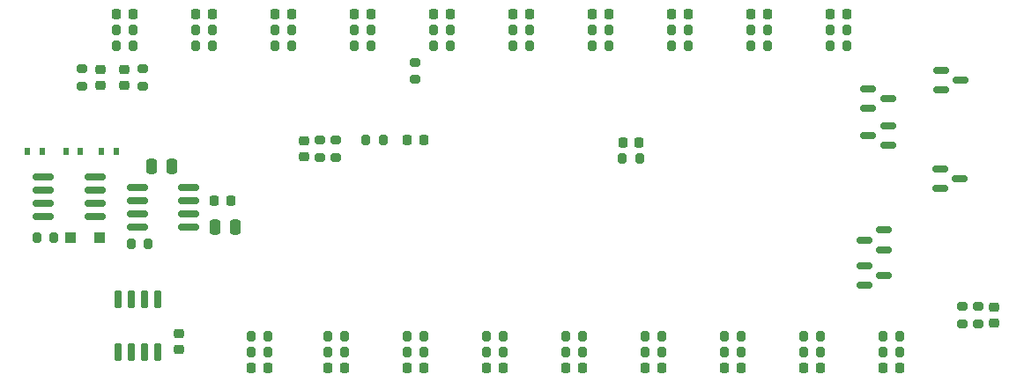
<source format=gbr>
%TF.GenerationSoftware,KiCad,Pcbnew,6.0.7-f9a2dced07~116~ubuntu20.04.1*%
%TF.CreationDate,2022-12-18T15:13:05-08:00*%
%TF.ProjectId,ButtonBd2,42757474-6f6e-4426-9432-2e6b69636164,rev?*%
%TF.SameCoordinates,Original*%
%TF.FileFunction,Paste,Bot*%
%TF.FilePolarity,Positive*%
%FSLAX46Y46*%
G04 Gerber Fmt 4.6, Leading zero omitted, Abs format (unit mm)*
G04 Created by KiCad (PCBNEW 6.0.7-f9a2dced07~116~ubuntu20.04.1) date 2022-12-18 15:13:05*
%MOMM*%
%LPD*%
G01*
G04 APERTURE LIST*
G04 Aperture macros list*
%AMRoundRect*
0 Rectangle with rounded corners*
0 $1 Rounding radius*
0 $2 $3 $4 $5 $6 $7 $8 $9 X,Y pos of 4 corners*
0 Add a 4 corners polygon primitive as box body*
4,1,4,$2,$3,$4,$5,$6,$7,$8,$9,$2,$3,0*
0 Add four circle primitives for the rounded corners*
1,1,$1+$1,$2,$3*
1,1,$1+$1,$4,$5*
1,1,$1+$1,$6,$7*
1,1,$1+$1,$8,$9*
0 Add four rect primitives between the rounded corners*
20,1,$1+$1,$2,$3,$4,$5,0*
20,1,$1+$1,$4,$5,$6,$7,0*
20,1,$1+$1,$6,$7,$8,$9,0*
20,1,$1+$1,$8,$9,$2,$3,0*%
G04 Aperture macros list end*
%ADD10RoundRect,0.200000X0.200000X0.275000X-0.200000X0.275000X-0.200000X-0.275000X0.200000X-0.275000X0*%
%ADD11RoundRect,0.200000X0.275000X-0.200000X0.275000X0.200000X-0.275000X0.200000X-0.275000X-0.200000X0*%
%ADD12RoundRect,0.200000X-0.200000X-0.275000X0.200000X-0.275000X0.200000X0.275000X-0.200000X0.275000X0*%
%ADD13RoundRect,0.150000X0.825000X0.150000X-0.825000X0.150000X-0.825000X-0.150000X0.825000X-0.150000X0*%
%ADD14RoundRect,0.225000X-0.225000X-0.250000X0.225000X-0.250000X0.225000X0.250000X-0.225000X0.250000X0*%
%ADD15RoundRect,0.150000X0.587500X0.150000X-0.587500X0.150000X-0.587500X-0.150000X0.587500X-0.150000X0*%
%ADD16RoundRect,0.225000X0.250000X-0.225000X0.250000X0.225000X-0.250000X0.225000X-0.250000X-0.225000X0*%
%ADD17RoundRect,0.225000X0.225000X0.250000X-0.225000X0.250000X-0.225000X-0.250000X0.225000X-0.250000X0*%
%ADD18RoundRect,0.225000X-0.250000X0.225000X-0.250000X-0.225000X0.250000X-0.225000X0.250000X0.225000X0*%
%ADD19RoundRect,0.200000X-0.275000X0.200000X-0.275000X-0.200000X0.275000X-0.200000X0.275000X0.200000X0*%
%ADD20RoundRect,0.250000X-0.250000X-0.475000X0.250000X-0.475000X0.250000X0.475000X-0.250000X0.475000X0*%
%ADD21RoundRect,0.150000X-0.587500X-0.150000X0.587500X-0.150000X0.587500X0.150000X-0.587500X0.150000X0*%
%ADD22R,0.600000X0.700000*%
%ADD23RoundRect,0.150000X-0.825000X-0.150000X0.825000X-0.150000X0.825000X0.150000X-0.825000X0.150000X0*%
%ADD24R,1.100000X1.100000*%
%ADD25RoundRect,0.150000X-0.150000X0.725000X-0.150000X-0.725000X0.150000X-0.725000X0.150000X0.725000X0*%
G04 APERTURE END LIST*
D10*
%TO.C,R15*%
X87185000Y-65786000D03*
X85535000Y-65786000D03*
%TD*%
D11*
%TO.C,R31*%
X59436000Y-71183000D03*
X59436000Y-69533000D03*
%TD*%
D12*
%TO.C,R21*%
X116015000Y-67310000D03*
X117665000Y-67310000D03*
%TD*%
D13*
%TO.C,Q1*%
X60641000Y-79883000D03*
X60641000Y-81153000D03*
X60641000Y-82423000D03*
X60641000Y-83693000D03*
X55691000Y-83693000D03*
X55691000Y-82423000D03*
X55691000Y-81153000D03*
X55691000Y-79883000D03*
%TD*%
D12*
%TO.C,R57*%
X75629000Y-96774000D03*
X77279000Y-96774000D03*
%TD*%
%TO.C,R28*%
X62675000Y-67310000D03*
X64325000Y-67310000D03*
%TD*%
D14*
%TO.C,C9*%
X108445000Y-64262000D03*
X109995000Y-64262000D03*
%TD*%
D15*
%TO.C,D34*%
X136827500Y-74996000D03*
X136827500Y-76896000D03*
X134952500Y-75946000D03*
%TD*%
D12*
%TO.C,R50*%
X128715000Y-96774000D03*
X130365000Y-96774000D03*
%TD*%
D16*
%TO.C,C16*%
X63500000Y-71133000D03*
X63500000Y-69583000D03*
%TD*%
D10*
%TO.C,R36*%
X65785000Y-86360000D03*
X64135000Y-86360000D03*
%TD*%
%TO.C,R16*%
X79565000Y-65786000D03*
X77915000Y-65786000D03*
%TD*%
D12*
%TO.C,R55*%
X90615000Y-96774000D03*
X92265000Y-96774000D03*
%TD*%
D17*
%TO.C,C28*%
X122695000Y-98298000D03*
X121145000Y-98298000D03*
%TD*%
D14*
%TO.C,C22*%
X72123000Y-82169000D03*
X73673000Y-82169000D03*
%TD*%
D10*
%TO.C,R43*%
X115112254Y-95250000D03*
X113462254Y-95250000D03*
%TD*%
%TO.C,R46*%
X92265000Y-95250000D03*
X90615000Y-95250000D03*
%TD*%
%TO.C,R18*%
X64325000Y-65786000D03*
X62675000Y-65786000D03*
%TD*%
D12*
%TO.C,R24*%
X93155000Y-67310000D03*
X94805000Y-67310000D03*
%TD*%
D16*
%TO.C,C17*%
X61214000Y-71133000D03*
X61214000Y-69583000D03*
%TD*%
D11*
%TO.C,R38*%
X145542000Y-94043000D03*
X145542000Y-92393000D03*
%TD*%
D12*
%TO.C,R51*%
X121095000Y-96774000D03*
X122745000Y-96774000D03*
%TD*%
D11*
%TO.C,R29*%
X91440000Y-70548000D03*
X91440000Y-68898000D03*
%TD*%
D10*
%TO.C,R10*%
X125285000Y-65786000D03*
X123635000Y-65786000D03*
%TD*%
D18*
%TO.C,C20*%
X80772000Y-76428000D03*
X80772000Y-77978000D03*
%TD*%
D17*
%TO.C,C33*%
X84595000Y-98298000D03*
X83045000Y-98298000D03*
%TD*%
D19*
%TO.C,R33*%
X83820000Y-76391000D03*
X83820000Y-78041000D03*
%TD*%
D15*
%TO.C,D39*%
X136446500Y-85029000D03*
X136446500Y-86929000D03*
X134571500Y-85979000D03*
%TD*%
D20*
%TO.C,C21*%
X66106000Y-78867000D03*
X68006000Y-78867000D03*
%TD*%
D10*
%TO.C,R45*%
X99885000Y-95250000D03*
X98235000Y-95250000D03*
%TD*%
D21*
%TO.C,D32*%
X141937500Y-71562000D03*
X141937500Y-69662000D03*
X143812500Y-70612000D03*
%TD*%
D14*
%TO.C,C18*%
X90665000Y-76327000D03*
X92215000Y-76327000D03*
%TD*%
D22*
%TO.C,D37*%
X55564000Y-77470000D03*
X54164000Y-77470000D03*
%TD*%
D10*
%TO.C,R41*%
X130365000Y-95250000D03*
X128715000Y-95250000D03*
%TD*%
D12*
%TO.C,R49*%
X136335000Y-96774000D03*
X137985000Y-96774000D03*
%TD*%
D17*
%TO.C,C29*%
X115075000Y-98298000D03*
X113525000Y-98298000D03*
%TD*%
D23*
%TO.C,U2*%
X64708000Y-84709000D03*
X64708000Y-83439000D03*
X64708000Y-82169000D03*
X64708000Y-80899000D03*
X69658000Y-80899000D03*
X69658000Y-82169000D03*
X69658000Y-83439000D03*
X69658000Y-84709000D03*
%TD*%
D24*
%TO.C,D40*%
X58290000Y-85725000D03*
X61090000Y-85725000D03*
%TD*%
D10*
%TO.C,R40*%
X137985000Y-95250000D03*
X136335000Y-95250000D03*
%TD*%
D12*
%TO.C,R37*%
X55055000Y-85725000D03*
X56705000Y-85725000D03*
%TD*%
D19*
%TO.C,R39*%
X144018000Y-92393000D03*
X144018000Y-94043000D03*
%TD*%
D10*
%TO.C,R13*%
X102425000Y-65786000D03*
X100775000Y-65786000D03*
%TD*%
D21*
%TO.C,D41*%
X134571500Y-90358000D03*
X134571500Y-88458000D03*
X136446500Y-89408000D03*
%TD*%
D11*
%TO.C,R30*%
X65278000Y-71183000D03*
X65278000Y-69533000D03*
%TD*%
D17*
%TO.C,C31*%
X99835000Y-98298000D03*
X98285000Y-98298000D03*
%TD*%
D12*
%TO.C,R23*%
X100775000Y-67310000D03*
X102425000Y-67310000D03*
%TD*%
D14*
%TO.C,C11*%
X93205000Y-64262000D03*
X94755000Y-64262000D03*
%TD*%
D21*
%TO.C,D33*%
X134952500Y-73340000D03*
X134952500Y-71440000D03*
X136827500Y-72390000D03*
%TD*%
D10*
%TO.C,R47*%
X84645000Y-95250000D03*
X82995000Y-95250000D03*
%TD*%
%TO.C,R14*%
X94805000Y-65786000D03*
X93155000Y-65786000D03*
%TD*%
D14*
%TO.C,C12*%
X85585000Y-64262000D03*
X87135000Y-64262000D03*
%TD*%
D12*
%TO.C,R52*%
X113475000Y-96774000D03*
X115125000Y-96774000D03*
%TD*%
D22*
%TO.C,D35*%
X62676000Y-77470000D03*
X61276000Y-77470000D03*
%TD*%
D10*
%TO.C,R11*%
X117665000Y-65786000D03*
X116015000Y-65786000D03*
%TD*%
D12*
%TO.C,R19*%
X131255000Y-67310000D03*
X132905000Y-67310000D03*
%TD*%
%TO.C,R26*%
X77915000Y-67310000D03*
X79565000Y-67310000D03*
%TD*%
D10*
%TO.C,R32*%
X88328000Y-76327000D03*
X86678000Y-76327000D03*
%TD*%
D14*
%TO.C,C6*%
X131305000Y-64262000D03*
X132855000Y-64262000D03*
%TD*%
D10*
%TO.C,R42*%
X122745000Y-95250000D03*
X121095000Y-95250000D03*
%TD*%
%TO.C,R44*%
X107505000Y-95250000D03*
X105855000Y-95250000D03*
%TD*%
D14*
%TO.C,C8*%
X116065000Y-64262000D03*
X117615000Y-64262000D03*
%TD*%
D12*
%TO.C,R54*%
X98235000Y-96774000D03*
X99885000Y-96774000D03*
%TD*%
D14*
%TO.C,C14*%
X70345000Y-64262000D03*
X71895000Y-64262000D03*
%TD*%
D12*
%TO.C,R22*%
X108395000Y-67310000D03*
X110045000Y-67310000D03*
%TD*%
D25*
%TO.C,U3*%
X62865000Y-91659000D03*
X64135000Y-91659000D03*
X65405000Y-91659000D03*
X66675000Y-91659000D03*
X66675000Y-96809000D03*
X65405000Y-96809000D03*
X64135000Y-96809000D03*
X62865000Y-96809000D03*
%TD*%
D20*
%TO.C,C23*%
X72202000Y-84709000D03*
X74102000Y-84709000D03*
%TD*%
D12*
%TO.C,R20*%
X123635000Y-67310000D03*
X125285000Y-67310000D03*
%TD*%
D14*
%TO.C,C19*%
X111366000Y-76581000D03*
X112916000Y-76581000D03*
%TD*%
D12*
%TO.C,R35*%
X111316000Y-78105000D03*
X112966000Y-78105000D03*
%TD*%
D17*
%TO.C,C30*%
X107455000Y-98298000D03*
X105905000Y-98298000D03*
%TD*%
D12*
%TO.C,R27*%
X70295000Y-67310000D03*
X71945000Y-67310000D03*
%TD*%
D10*
%TO.C,R12*%
X110045000Y-65786000D03*
X108395000Y-65786000D03*
%TD*%
%TO.C,R9*%
X132905000Y-65786000D03*
X131255000Y-65786000D03*
%TD*%
D22*
%TO.C,D36*%
X57847000Y-77470000D03*
X59247000Y-77470000D03*
%TD*%
D10*
%TO.C,R17*%
X71945000Y-65786000D03*
X70295000Y-65786000D03*
%TD*%
D18*
%TO.C,C24*%
X147066000Y-92443000D03*
X147066000Y-93993000D03*
%TD*%
D16*
%TO.C,C25*%
X68707000Y-96533000D03*
X68707000Y-94983000D03*
%TD*%
D17*
%TO.C,C26*%
X137935000Y-98298000D03*
X136385000Y-98298000D03*
%TD*%
D14*
%TO.C,C15*%
X62725000Y-64262000D03*
X64275000Y-64262000D03*
%TD*%
D17*
%TO.C,C34*%
X77229000Y-98298000D03*
X75679000Y-98298000D03*
%TD*%
%TO.C,C32*%
X92215000Y-98298000D03*
X90665000Y-98298000D03*
%TD*%
D12*
%TO.C,R25*%
X85535000Y-67310000D03*
X87185000Y-67310000D03*
%TD*%
D14*
%TO.C,C10*%
X100838000Y-64262000D03*
X102388000Y-64262000D03*
%TD*%
D12*
%TO.C,R56*%
X82995000Y-96774000D03*
X84645000Y-96774000D03*
%TD*%
%TO.C,R53*%
X105855000Y-96774000D03*
X107505000Y-96774000D03*
%TD*%
D14*
%TO.C,C7*%
X123685000Y-64262000D03*
X125235000Y-64262000D03*
%TD*%
D21*
%TO.C,D38*%
X141889000Y-81026000D03*
X141889000Y-79126000D03*
X143764000Y-80076000D03*
%TD*%
D10*
%TO.C,R48*%
X77279000Y-95250000D03*
X75629000Y-95250000D03*
%TD*%
D17*
%TO.C,C27*%
X130315000Y-98298000D03*
X128765000Y-98298000D03*
%TD*%
D14*
%TO.C,C13*%
X77965000Y-64262000D03*
X79515000Y-64262000D03*
%TD*%
D19*
%TO.C,R34*%
X82296000Y-76391000D03*
X82296000Y-78041000D03*
%TD*%
M02*

</source>
